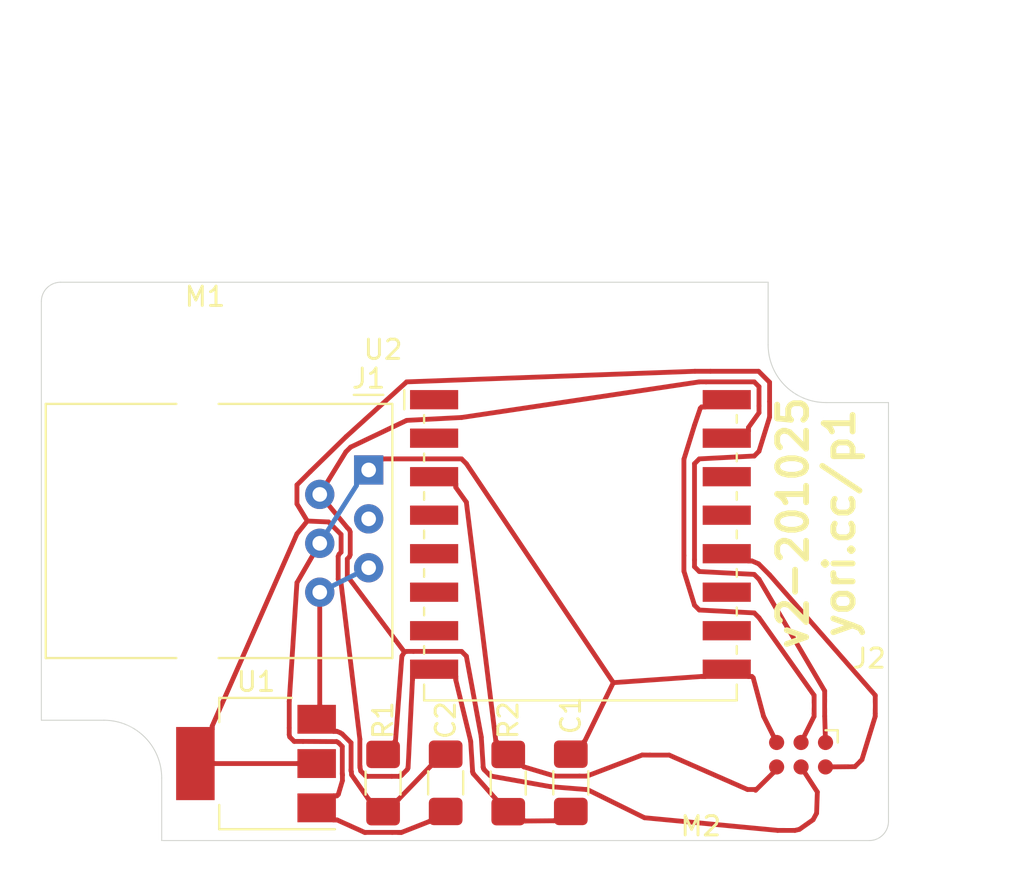
<source format=kicad_pcb>
(kicad_pcb (version 20171130) (host pcbnew 5.1.6-1)

  (general
    (thickness 1.6)
    (drawings 18)
    (tracks 285)
    (zones 0)
    (modules 10)
    (nets 19)
  )

  (page A4)
  (layers
    (0 F.Cu signal)
    (31 B.Cu signal)
    (32 B.Adhes user)
    (33 F.Adhes user)
    (34 B.Paste user)
    (35 F.Paste user)
    (36 B.SilkS user)
    (37 F.SilkS user)
    (38 B.Mask user)
    (39 F.Mask user)
    (40 Dwgs.User user hide)
    (41 Cmts.User user hide)
    (42 Eco1.User user hide)
    (43 Eco2.User user hide)
    (44 Edge.Cuts user)
    (45 Margin user)
    (46 B.CrtYd user)
    (47 F.CrtYd user)
    (48 B.Fab user)
    (49 F.Fab user)
  )

  (setup
    (last_trace_width 0.25)
    (trace_clearance 0.2)
    (zone_clearance 0.508)
    (zone_45_only no)
    (trace_min 0.2)
    (via_size 0.8)
    (via_drill 0.4)
    (via_min_size 0.4)
    (via_min_drill 0.3)
    (uvia_size 0.3)
    (uvia_drill 0.1)
    (uvias_allowed no)
    (uvia_min_size 0.2)
    (uvia_min_drill 0.1)
    (edge_width 0.05)
    (segment_width 0.2)
    (pcb_text_width 0.3)
    (pcb_text_size 1.5 1.5)
    (mod_edge_width 0.12)
    (mod_text_size 1 1)
    (mod_text_width 0.15)
    (pad_size 1.524 1.524)
    (pad_drill 0.762)
    (pad_to_mask_clearance 0.05)
    (aux_axis_origin 0 0)
    (visible_elements FFFFFF7F)
    (pcbplotparams
      (layerselection 0x010f0_ffffffff)
      (usegerberextensions false)
      (usegerberattributes true)
      (usegerberadvancedattributes true)
      (creategerberjobfile true)
      (excludeedgelayer true)
      (linewidth 0.100000)
      (plotframeref false)
      (viasonmask false)
      (mode 1)
      (useauxorigin false)
      (hpglpennumber 1)
      (hpglpenspeed 20)
      (hpglpendiameter 15.000000)
      (psnegative false)
      (psa4output false)
      (plotreference true)
      (plotvalue true)
      (plotinvisibletext false)
      (padsonsilk false)
      (subtractmaskfromsilk false)
      (outputformat 1)
      (mirror false)
      (drillshape 0)
      (scaleselection 1)
      (outputdirectory "./plots"))
  )

  (net 0 "")
  (net 1 GND)
  (net 2 +3V3)
  (net 3 +5V)
  (net 4 DATA)
  (net 5 "Net-(J2-Pad6)")
  (net 6 "Net-(J2-Pad3)")
  (net 7 "Net-(J2-Pad2)")
  (net 8 "Net-(U2-Pad1)")
  (net 9 "Net-(U2-Pad2)")
  (net 10 "Net-(U2-Pad4)")
  (net 11 "Net-(U2-Pad5)")
  (net 12 "Net-(U2-Pad6)")
  (net 13 "Net-(U2-Pad7)")
  (net 14 "Net-(U2-Pad10)")
  (net 15 "Net-(U2-Pad11)")
  (net 16 "Net-(U2-Pad13)")
  (net 17 "Net-(U2-Pad14)")
  (net 18 "Net-(J1-Pad3)")

  (net_class Default "This is the default net class."
    (clearance 0.2)
    (trace_width 0.25)
    (via_dia 0.8)
    (via_drill 0.4)
    (uvia_dia 0.3)
    (uvia_drill 0.1)
    (add_net +3V3)
    (add_net +5V)
    (add_net DATA)
    (add_net GND)
    (add_net "Net-(J1-Pad3)")
    (add_net "Net-(J2-Pad2)")
    (add_net "Net-(J2-Pad3)")
    (add_net "Net-(J2-Pad6)")
    (add_net "Net-(U2-Pad1)")
    (add_net "Net-(U2-Pad10)")
    (add_net "Net-(U2-Pad11)")
    (add_net "Net-(U2-Pad13)")
    (add_net "Net-(U2-Pad14)")
    (add_net "Net-(U2-Pad2)")
    (add_net "Net-(U2-Pad4)")
    (add_net "Net-(U2-Pad5)")
    (add_net "Net-(U2-Pad6)")
    (add_net "Net-(U2-Pad7)")
  )

  (module Capacitor_SMD:C_1206_3216Metric_Pad1.42x1.75mm_HandSolder (layer F.Cu) (tedit 5B301BBE) (tstamp 5F96307F)
    (at 90.5 139 270)
    (descr "Capacitor SMD 1206 (3216 Metric), square (rectangular) end terminal, IPC_7351 nominal with elongated pad for handsoldering. (Body size source: http://www.tortai-tech.com/upload/download/2011102023233369053.pdf), generated with kicad-footprint-generator")
    (tags "capacitor handsolder")
    (path /5F9D9AE3)
    (attr smd)
    (fp_text reference C2 (at -3.25 0 90) (layer F.SilkS)
      (effects (font (size 1 1) (thickness 0.15)))
    )
    (fp_text value 4u7 (at 0 0 90) (layer F.Fab)
      (effects (font (size 1 1) (thickness 0.15)))
    )
    (fp_text user %R (at 0 0 90) (layer F.Fab)
      (effects (font (size 0.8 0.8) (thickness 0.12)))
    )
    (fp_line (start -1.6 0.8) (end -1.6 -0.8) (layer F.Fab) (width 0.1))
    (fp_line (start -1.6 -0.8) (end 1.6 -0.8) (layer F.Fab) (width 0.1))
    (fp_line (start 1.6 -0.8) (end 1.6 0.8) (layer F.Fab) (width 0.1))
    (fp_line (start 1.6 0.8) (end -1.6 0.8) (layer F.Fab) (width 0.1))
    (fp_line (start -0.602064 -0.91) (end 0.602064 -0.91) (layer F.SilkS) (width 0.12))
    (fp_line (start -0.602064 0.91) (end 0.602064 0.91) (layer F.SilkS) (width 0.12))
    (fp_line (start -2.45 1.12) (end -2.45 -1.12) (layer F.CrtYd) (width 0.05))
    (fp_line (start -2.45 -1.12) (end 2.45 -1.12) (layer F.CrtYd) (width 0.05))
    (fp_line (start 2.45 -1.12) (end 2.45 1.12) (layer F.CrtYd) (width 0.05))
    (fp_line (start 2.45 1.12) (end -2.45 1.12) (layer F.CrtYd) (width 0.05))
    (pad 2 smd roundrect (at 1.4875 0 270) (size 1.425 1.75) (layers F.Cu F.Paste F.Mask) (roundrect_rratio 0.175439)
      (net 1 GND))
    (pad 1 smd roundrect (at -1.4875 0 270) (size 1.425 1.75) (layers F.Cu F.Paste F.Mask) (roundrect_rratio 0.175439)
      (net 3 +5V))
    (model ${KISYS3DMOD}/Capacitor_SMD.3dshapes/C_1206_3216Metric.wrl
      (at (xyz 0 0 0))
      (scale (xyz 1 1 1))
      (rotate (xyz 0 0 0))
    )
  )

  (module Resistor_SMD:R_1206_3216Metric_Pad1.42x1.75mm_HandSolder (layer F.Cu) (tedit 5B301BBD) (tstamp 5F960AA3)
    (at 93.75 139.012 270)
    (descr "Resistor SMD 1206 (3216 Metric), square (rectangular) end terminal, IPC_7351 nominal with elongated pad for handsoldering. (Body size source: http://www.tortai-tech.com/upload/download/2011102023233369053.pdf), generated with kicad-footprint-generator")
    (tags "resistor handsolder")
    (path /5F99A022)
    (attr smd)
    (fp_text reference R2 (at -3.2625 0 90) (layer F.SilkS)
      (effects (font (size 1 1) (thickness 0.15)))
    )
    (fp_text value 4k7 (at 0 0 90) (layer F.Fab)
      (effects (font (size 1 1) (thickness 0.15)))
    )
    (fp_text user %R (at 0 0 90) (layer F.Fab)
      (effects (font (size 0.8 0.8) (thickness 0.12)))
    )
    (fp_line (start -1.6 0.8) (end -1.6 -0.8) (layer F.Fab) (width 0.1))
    (fp_line (start -1.6 -0.8) (end 1.6 -0.8) (layer F.Fab) (width 0.1))
    (fp_line (start 1.6 -0.8) (end 1.6 0.8) (layer F.Fab) (width 0.1))
    (fp_line (start 1.6 0.8) (end -1.6 0.8) (layer F.Fab) (width 0.1))
    (fp_line (start -0.602064 -0.91) (end 0.602064 -0.91) (layer F.SilkS) (width 0.12))
    (fp_line (start -0.602064 0.91) (end 0.602064 0.91) (layer F.SilkS) (width 0.12))
    (fp_line (start -2.45 1.12) (end -2.45 -1.12) (layer F.CrtYd) (width 0.05))
    (fp_line (start -2.45 -1.12) (end 2.45 -1.12) (layer F.CrtYd) (width 0.05))
    (fp_line (start 2.45 -1.12) (end 2.45 1.12) (layer F.CrtYd) (width 0.05))
    (fp_line (start 2.45 1.12) (end -2.45 1.12) (layer F.CrtYd) (width 0.05))
    (pad 2 smd roundrect (at 1.4875 0 270) (size 1.425 1.75) (layers F.Cu F.Paste F.Mask) (roundrect_rratio 0.175439)
      (net 2 +3V3))
    (pad 1 smd roundrect (at -1.4875 0 270) (size 1.425 1.75) (layers F.Cu F.Paste F.Mask) (roundrect_rratio 0.175439)
      (net 5 "Net-(J2-Pad6)"))
    (model ${KISYS3DMOD}/Resistor_SMD.3dshapes/R_1206_3216Metric.wrl
      (at (xyz 0 0 0))
      (scale (xyz 1 1 1))
      (rotate (xyz 0 0 0))
    )
  )

  (module Resistor_SMD:R_1206_3216Metric_Pad1.42x1.75mm_HandSolder (layer F.Cu) (tedit 5B301BBD) (tstamp 5F960AD0)
    (at 87.25 139.012 90)
    (descr "Resistor SMD 1206 (3216 Metric), square (rectangular) end terminal, IPC_7351 nominal with elongated pad for handsoldering. (Body size source: http://www.tortai-tech.com/upload/download/2011102023233369053.pdf), generated with kicad-footprint-generator")
    (tags "resistor handsolder")
    (path /5F958894)
    (attr smd)
    (fp_text reference R1 (at 3.2625 0 90) (layer F.SilkS)
      (effects (font (size 1 1) (thickness 0.15)))
    )
    (fp_text value 1k (at 0.0125 0 90) (layer F.Fab)
      (effects (font (size 1 1) (thickness 0.15)))
    )
    (fp_text user %R (at 0 0 90) (layer F.Fab)
      (effects (font (size 0.8 0.8) (thickness 0.12)))
    )
    (fp_line (start -1.6 0.8) (end -1.6 -0.8) (layer F.Fab) (width 0.1))
    (fp_line (start -1.6 -0.8) (end 1.6 -0.8) (layer F.Fab) (width 0.1))
    (fp_line (start 1.6 -0.8) (end 1.6 0.8) (layer F.Fab) (width 0.1))
    (fp_line (start 1.6 0.8) (end -1.6 0.8) (layer F.Fab) (width 0.1))
    (fp_line (start -0.602064 -0.91) (end 0.602064 -0.91) (layer F.SilkS) (width 0.12))
    (fp_line (start -0.602064 0.91) (end 0.602064 0.91) (layer F.SilkS) (width 0.12))
    (fp_line (start -2.45 1.12) (end -2.45 -1.12) (layer F.CrtYd) (width 0.05))
    (fp_line (start -2.45 -1.12) (end 2.45 -1.12) (layer F.CrtYd) (width 0.05))
    (fp_line (start 2.45 -1.12) (end 2.45 1.12) (layer F.CrtYd) (width 0.05))
    (fp_line (start 2.45 1.12) (end -2.45 1.12) (layer F.CrtYd) (width 0.05))
    (pad 2 smd roundrect (at 1.4875 0 90) (size 1.425 1.75) (layers F.Cu F.Paste F.Mask) (roundrect_rratio 0.175439)
      (net 4 DATA))
    (pad 1 smd roundrect (at -1.4875 0 90) (size 1.425 1.75) (layers F.Cu F.Paste F.Mask) (roundrect_rratio 0.175439)
      (net 3 +5V))
    (model ${KISYS3DMOD}/Resistor_SMD.3dshapes/R_1206_3216Metric.wrl
      (at (xyz 0 0 0))
      (scale (xyz 1 1 1))
      (rotate (xyz 0 0 0))
    )
  )

  (module MountingHole:MountingHole_2.5mm (layer F.Cu) (tedit 56D1B4CB) (tstamp 5F960B65)
    (at 101.5 139.25)
    (descr "Mounting Hole 2.5mm, no annular")
    (tags "mounting hole 2.5mm no annular")
    (attr virtual)
    (fp_text reference M2 (at 2.25 2) (layer F.SilkS)
      (effects (font (size 1 1) (thickness 0.15)))
    )
    (fp_text value MountingHole_2.5mm (at -6.25 3.5) (layer F.Fab)
      (effects (font (size 1 1) (thickness 0.15)))
    )
    (fp_text user %R (at 0.3 0) (layer F.Fab)
      (effects (font (size 1 1) (thickness 0.15)))
    )
    (fp_circle (center 0 0) (end 2.5 0) (layer Cmts.User) (width 0.15))
    (fp_circle (center 0 0) (end 2.75 0) (layer F.CrtYd) (width 0.05))
    (pad 1 np_thru_hole circle (at 0 0) (size 2.5 2.5) (drill 2.5) (layers *.Cu *.Mask))
  )

  (module MountingHole:MountingHole_2.5mm (layer F.Cu) (tedit 56D1B4CB) (tstamp 5F960B7A)
    (at 81.5 115.75)
    (descr "Mounting Hole 2.5mm, no annular")
    (tags "mounting hole 2.5mm no annular")
    (attr virtual)
    (fp_text reference M1 (at -3.5 -2) (layer F.SilkS)
      (effects (font (size 1 1) (thickness 0.15)))
    )
    (fp_text value MountingHole_2.5mm (at 0 3.5) (layer F.Fab)
      (effects (font (size 1 1) (thickness 0.15)))
    )
    (fp_text user %R (at 0.3 0) (layer F.Fab)
      (effects (font (size 1 1) (thickness 0.15)))
    )
    (fp_circle (center 0 0) (end 2.5 0) (layer Cmts.User) (width 0.15))
    (fp_circle (center 0 0) (end 2.75 0) (layer F.CrtYd) (width 0.05))
    (pad 1 np_thru_hole circle (at 0 0) (size 2.5 2.5) (drill 2.5) (layers *.Cu *.Mask))
  )

  (module RF_Module:ESP-07 (layer F.Cu) (tedit 5B1D6972) (tstamp 5F96121E)
    (at 97.5 124)
    (descr "Wi-Fi Module, http://wiki.ai-thinker.com/_media/esp8266/docs/a007ps01a2_esp-07_product_specification_v1.2.pdf")
    (tags "Wi-Fi Module")
    (path /5F97A730)
    (attr smd)
    (fp_text reference U2 (at -10.25 -7.5) (layer F.SilkS)
      (effects (font (size 1 1) (thickness 0.15)))
    )
    (fp_text value ESP-07 (at 0 9.6) (layer F.Fab)
      (effects (font (size 1 1) (thickness 0.15)))
    )
    (fp_line (start -8 -10.6) (end 8 -10.6) (layer F.Fab) (width 0.1))
    (fp_line (start 8 -10.6) (end 8 10.6) (layer F.Fab) (width 0.1))
    (fp_line (start 8 10.6) (end -8 10.6) (layer F.Fab) (width 0.1))
    (fp_line (start -8 10.6) (end -8 -4.4) (layer F.Fab) (width 0.1))
    (fp_line (start -8 -4.4) (end -7.5 -4.9) (layer F.Fab) (width 0.1))
    (fp_line (start -7.5 -4.9) (end -8 -5.4) (layer F.Fab) (width 0.1))
    (fp_line (start -8 -5.4) (end -8 -10.6) (layer F.Fab) (width 0.1))
    (fp_line (start -9.1 -10.85) (end 9.1 -10.85) (layer F.CrtYd) (width 0.05))
    (fp_line (start 9.1 -10.85) (end 9.1 10.85) (layer F.CrtYd) (width 0.05))
    (fp_line (start 9.1 10.85) (end -9.1 10.85) (layer F.CrtYd) (width 0.05))
    (fp_line (start -9.1 10.85) (end -9.1 -10.85) (layer F.CrtYd) (width 0.05))
    (fp_line (start 8.12 9.9) (end 8.12 10.72) (layer F.SilkS) (width 0.12))
    (fp_line (start 8.12 10.72) (end -8.12 10.72) (layer F.SilkS) (width 0.12))
    (fp_line (start -8.12 10.72) (end -8.12 9.9) (layer F.SilkS) (width 0.12))
    (fp_line (start -9.15 -5.4) (end -9.15 -4.4) (layer F.SilkS) (width 0.12))
    (fp_line (start -23 -25.6) (end 23 -25.6) (layer Dwgs.User) (width 0.12))
    (fp_line (start -23 -25.6) (end -23 -6) (layer Dwgs.User) (width 0.12))
    (fp_line (start 23 -6) (end -23 -6) (layer Dwgs.User) (width 0.12))
    (fp_line (start 23 -6) (end 23 -25.6) (layer Dwgs.User) (width 0.12))
    (fp_line (start -20 -25.6) (end -23 -22.6) (layer Dwgs.User) (width 0.12))
    (fp_line (start -17 -25.6) (end -23 -19.6) (layer Dwgs.User) (width 0.12))
    (fp_line (start -14 -25.6) (end -23 -16.6) (layer Dwgs.User) (width 0.12))
    (fp_line (start -11 -25.6) (end -23 -13.6) (layer Dwgs.User) (width 0.12))
    (fp_line (start -8 -25.6) (end -23 -10.6) (layer Dwgs.User) (width 0.12))
    (fp_line (start -5 -25.6) (end -23 -7.6) (layer Dwgs.User) (width 0.12))
    (fp_line (start -2 -25.6) (end -21.6 -6) (layer Dwgs.User) (width 0.12))
    (fp_line (start 1 -25.6) (end -18.6 -6) (layer Dwgs.User) (width 0.12))
    (fp_line (start -15.6 -6) (end 4 -25.6) (layer Dwgs.User) (width 0.12))
    (fp_line (start -6.6 -6) (end 13 -25.6) (layer Dwgs.User) (width 0.12))
    (fp_line (start 10 -25.6) (end -9.6 -6) (layer Dwgs.User) (width 0.12))
    (fp_line (start 7 -25.6) (end -12.6 -6) (layer Dwgs.User) (width 0.12))
    (fp_line (start 2.4 -6) (end 22 -25.6) (layer Dwgs.User) (width 0.12))
    (fp_line (start 16 -25.6) (end -3.6 -6) (layer Dwgs.User) (width 0.12))
    (fp_line (start 19 -25.6) (end -0.6 -6) (layer Dwgs.User) (width 0.12))
    (fp_line (start 5.4 -6) (end 23 -23.6) (layer Dwgs.User) (width 0.12))
    (fp_line (start 23 -20.6) (end 8.4 -6) (layer Dwgs.User) (width 0.12))
    (fp_line (start 23 -17.6) (end 11.4 -6) (layer Dwgs.User) (width 0.12))
    (fp_line (start 23 -14.6) (end 14.4 -6) (layer Dwgs.User) (width 0.12))
    (fp_line (start 23 -11.6) (end 17.4 -6) (layer Dwgs.User) (width 0.12))
    (fp_line (start 23 -8.6) (end 20.4 -6) (layer Dwgs.User) (width 0.12))
    (fp_line (start -8.12 8.3) (end -8.12 7.9) (layer F.SilkS) (width 0.12))
    (fp_line (start 8.12 8.3) (end 8.12 7.9) (layer F.SilkS) (width 0.12))
    (fp_line (start -8.12 6.3) (end -8.12 5.9) (layer F.SilkS) (width 0.12))
    (fp_line (start 8.12 6.3) (end 8.12 5.9) (layer F.SilkS) (width 0.12))
    (fp_line (start -8.12 4.3) (end -8.12 3.9) (layer F.SilkS) (width 0.12))
    (fp_line (start 8.12 4.3) (end 8.12 3.9) (layer F.SilkS) (width 0.12))
    (fp_line (start -8.12 2.3) (end -8.12 1.9) (layer F.SilkS) (width 0.12))
    (fp_line (start 8.12 2.3) (end 8.12 1.9) (layer F.SilkS) (width 0.12))
    (fp_line (start -8.12 0.3) (end -8.12 -0.1) (layer F.SilkS) (width 0.12))
    (fp_line (start 8.12 0.3) (end 8.12 -0.1) (layer F.SilkS) (width 0.12))
    (fp_line (start -8.12 -1.7) (end -8.12 -2.1) (layer F.SilkS) (width 0.12))
    (fp_line (start 8.12 -1.7) (end 8.12 -2.1) (layer F.SilkS) (width 0.12))
    (fp_line (start -8.12 -3.7) (end -8.12 -4.1) (layer F.SilkS) (width 0.12))
    (fp_line (start 8.12 -3.7) (end 8.12 -4.1) (layer F.SilkS) (width 0.12))
    (fp_text user %R (at 0 0) (layer F.Fab)
      (effects (font (size 1 1) (thickness 0.15)))
    )
    (fp_text user "KEEP-OUT ZONE" (at 0 -17.3 180) (layer Cmts.User)
      (effects (font (size 1 1) (thickness 0.15)))
    )
    (fp_text user "No metal, traces, or components\non any PCB layer if using on-board antenna" (at 0 -14.3 180) (layer Cmts.User)
      (effects (font (size 0.8 0.8) (thickness 0.12)))
    )
    (pad 16 smd rect (at 7.6 -4.9) (size 2.5 1) (layers F.Cu F.Paste F.Mask)
      (net 6 "Net-(J2-Pad3)"))
    (pad 15 smd rect (at 7.6 -2.9) (size 2.5 1) (layers F.Cu F.Paste F.Mask)
      (net 4 DATA))
    (pad 14 smd rect (at 7.6 -0.9) (size 2.5 1) (layers F.Cu F.Paste F.Mask)
      (net 17 "Net-(U2-Pad14)"))
    (pad 13 smd rect (at 7.6 1.1) (size 2.5 1) (layers F.Cu F.Paste F.Mask)
      (net 16 "Net-(U2-Pad13)"))
    (pad 12 smd rect (at 7.6 3.1) (size 2.5 1) (layers F.Cu F.Paste F.Mask)
      (net 7 "Net-(J2-Pad2)"))
    (pad 11 smd rect (at 7.6 5.1) (size 2.5 1) (layers F.Cu F.Paste F.Mask)
      (net 15 "Net-(U2-Pad11)"))
    (pad 10 smd rect (at 7.6 7.1) (size 2.5 1) (layers F.Cu F.Paste F.Mask)
      (net 14 "Net-(U2-Pad10)"))
    (pad 9 smd rect (at 7.6 9.1) (size 2.5 1) (layers F.Cu F.Paste F.Mask)
      (net 1 GND))
    (pad 8 smd rect (at -7.6 9.1) (size 2.5 1) (layers F.Cu F.Paste F.Mask)
      (net 2 +3V3))
    (pad 7 smd rect (at -7.6 7.1) (size 2.5 1) (layers F.Cu F.Paste F.Mask)
      (net 13 "Net-(U2-Pad7)"))
    (pad 6 smd rect (at -7.6 5.1) (size 2.5 1) (layers F.Cu F.Paste F.Mask)
      (net 12 "Net-(U2-Pad6)"))
    (pad 5 smd rect (at -7.6 3.1) (size 2.5 1) (layers F.Cu F.Paste F.Mask)
      (net 11 "Net-(U2-Pad5)"))
    (pad 4 smd rect (at -7.6 1.1) (size 2.5 1) (layers F.Cu F.Paste F.Mask)
      (net 10 "Net-(U2-Pad4)"))
    (pad 3 smd rect (at -7.6 -0.9) (size 2.5 1) (layers F.Cu F.Paste F.Mask)
      (net 5 "Net-(J2-Pad6)"))
    (pad 2 smd rect (at -7.6 -2.9) (size 2.5 1) (layers F.Cu F.Paste F.Mask)
      (net 9 "Net-(U2-Pad2)"))
    (pad 1 smd rect (at -7.6 -4.9) (size 2.5 1) (layers F.Cu F.Paste F.Mask)
      (net 8 "Net-(U2-Pad1)"))
    (model ${KISYS3DMOD}/RF_Module.3dshapes/ESP-07.wrl
      (at (xyz 0 0 0))
      (scale (xyz 1 1 1))
      (rotate (xyz 0 0 0))
    )
  )

  (module Connector:Tag-Connect_TC2030-IDC-FP_2x03_P1.27mm_Vertical (layer F.Cu) (tedit 5A29CE9B) (tstamp 5F960B19)
    (at 108.96 137.54 180)
    (descr "Tag-Connect programming header; http://www.tag-connect.com/Materials/TC2030-IDC.pdf")
    (tags "tag connect programming header pogo pins")
    (path /5F9837C3)
    (attr virtual)
    (fp_text reference J2 (at -3.54 5) (layer F.SilkS)
      (effects (font (size 1 1) (thickness 0.15)))
    )
    (fp_text value Conn_01x06 (at 0 -4.7) (layer F.Fab)
      (effects (font (size 1 1) (thickness 0.15)))
    )
    (fp_text user %R (at 0 0) (layer F.Fab)
      (effects (font (size 1 1) (thickness 0.15)))
    )
    (fp_text user KEEPOUT (at 0 0) (layer Cmts.User)
      (effects (font (size 0.4 0.4) (thickness 0.07)))
    )
    (fp_line (start -1.27 0.635) (end -1.27 -0.635) (layer Dwgs.User) (width 0.1))
    (fp_line (start 1.27 0.635) (end -1.27 0.635) (layer Dwgs.User) (width 0.1))
    (fp_line (start 1.27 -0.635) (end 1.27 0.635) (layer Dwgs.User) (width 0.1))
    (fp_line (start -1.27 -0.635) (end 1.27 -0.635) (layer Dwgs.User) (width 0.1))
    (fp_line (start -1.905 1.27) (end -1.905 0.635) (layer F.SilkS) (width 0.12))
    (fp_line (start -1.27 1.27) (end -1.905 1.27) (layer F.SilkS) (width 0.12))
    (fp_line (start -4.25 4.25) (end -4.25 -4.25) (layer F.CrtYd) (width 0.05))
    (fp_line (start 3.75 4.25) (end -4.25 4.25) (layer F.CrtYd) (width 0.05))
    (fp_line (start 3.75 -4.25) (end 3.75 4.25) (layer F.CrtYd) (width 0.05))
    (fp_line (start -4.25 -4.25) (end 3.75 -4.25) (layer F.CrtYd) (width 0.05))
    (fp_line (start -1.27 0.635) (end 0 -0.635) (layer Dwgs.User) (width 0.1))
    (fp_line (start -1.27 0) (end -0.635 -0.635) (layer Dwgs.User) (width 0.1))
    (fp_line (start -0.635 0.635) (end 0.635 -0.635) (layer Dwgs.User) (width 0.1))
    (fp_line (start 0 0.635) (end 1.27 -0.635) (layer Dwgs.User) (width 0.1))
    (fp_line (start 0.635 0.635) (end 1.27 0) (layer Dwgs.User) (width 0.1))
    (pad 6 connect circle (at 1.27 -0.635 180) (size 0.7874 0.7874) (layers F.Cu F.Mask)
      (net 5 "Net-(J2-Pad6)"))
    (pad 5 connect circle (at 1.27 0.635 180) (size 0.7874 0.7874) (layers F.Cu F.Mask)
      (net 1 GND))
    (pad 4 connect circle (at 0 -0.635 180) (size 0.7874 0.7874) (layers F.Cu F.Mask)
      (net 4 DATA))
    (pad 3 connect circle (at 0 0.635 180) (size 0.7874 0.7874) (layers F.Cu F.Mask)
      (net 6 "Net-(J2-Pad3)"))
    (pad 2 connect circle (at -1.27 -0.635 180) (size 0.7874 0.7874) (layers F.Cu F.Mask)
      (net 7 "Net-(J2-Pad2)"))
    (pad 1 connect circle (at -1.27 0.635 180) (size 0.7874 0.7874) (layers F.Cu F.Mask)
      (net 2 +3V3))
    (pad "" np_thru_hole circle (at -2.54 0 180) (size 0.9906 0.9906) (drill 0.9906) (layers *.Cu *.Mask))
    (pad "" np_thru_hole circle (at 2.54 1.016 180) (size 0.9906 0.9906) (drill 0.9906) (layers *.Cu *.Mask))
    (pad "" np_thru_hole circle (at 2.54 -1.016 180) (size 0.9906 0.9906) (drill 0.9906) (layers *.Cu *.Mask))
    (pad "" np_thru_hole circle (at 0.635 2.54 180) (size 2.3749 2.3749) (drill 2.3749) (layers *.Cu *.Mask))
    (pad "" np_thru_hole circle (at 0.635 -2.54 180) (size 2.3749 2.3749) (drill 2.3749) (layers *.Cu *.Mask))
    (pad "" np_thru_hole circle (at -2.54 -2.54 180) (size 2.3749 2.3749) (drill 2.3749) (layers *.Cu *.Mask))
    (pad "" np_thru_hole circle (at -2.54 2.54 180) (size 2.3749 2.3749) (drill 2.3749) (layers *.Cu *.Mask))
  )

  (module Connector_RJ:RJ12_Amphenol_54601 (layer F.Cu) (tedit 5AE2E32D) (tstamp 5F960BDF)
    (at 86.5 122.75 270)
    (descr "RJ12 connector  https://cdn.amphenol-icc.com/media/wysiwyg/files/drawing/c-bmj-0082.pdf")
    (tags "RJ12 connector")
    (path /5F9564C8)
    (fp_text reference J1 (at -4.75 0 180) (layer F.SilkS)
      (effects (font (size 1 1) (thickness 0.15)))
    )
    (fp_text value RJ12 (at 3.54 18.3 90) (layer F.Fab)
      (effects (font (size 1 1) (thickness 0.15)))
    )
    (fp_text user %R (at 3.16 7.76 90) (layer F.Fab)
      (effects (font (size 1 1) (thickness 0.15)))
    )
    (fp_line (start -3.43 -0.48) (end -3.43 -1.23) (layer F.Fab) (width 0.1))
    (fp_line (start -2.93 0.02) (end -3.43 -0.48) (layer F.Fab) (width 0.1))
    (fp_line (start -3.43 0.52) (end -2.93 0.02) (layer F.Fab) (width 0.1))
    (fp_line (start -3.9 0.77) (end -3.9 -0.76) (layer F.SilkS) (width 0.12))
    (fp_line (start -3.43 7.79) (end -3.43 -1.23) (layer F.SilkS) (width 0.12))
    (fp_line (start -3.43 7.72) (end -3.43 7.79) (layer F.SilkS) (width 0.1))
    (fp_line (start -3.43 16.77) (end -3.43 9.99) (layer F.SilkS) (width 0.12))
    (fp_line (start 9.77 16.77) (end -3.43 16.77) (layer F.SilkS) (width 0.12))
    (fp_line (start 9.77 16.76) (end 9.77 16.77) (layer F.SilkS) (width 0.1))
    (fp_line (start 9.77 16.77) (end 9.77 9.99) (layer F.SilkS) (width 0.12))
    (fp_line (start 9.77 16.65) (end 9.77 16.77) (layer F.SilkS) (width 0.1))
    (fp_line (start 9.77 -1.23) (end 9.77 7.79) (layer F.SilkS) (width 0.12))
    (fp_line (start -3.43 -1.23) (end 9.77 -1.23) (layer F.SilkS) (width 0.12))
    (fp_line (start -4.04 17.27) (end -4.04 -1.73) (layer F.CrtYd) (width 0.05))
    (fp_line (start 10.38 17.27) (end -4.04 17.27) (layer F.CrtYd) (width 0.05))
    (fp_line (start 10.38 -1.73) (end 10.38 17.27) (layer F.CrtYd) (width 0.05))
    (fp_line (start -4.04 -1.73) (end 10.38 -1.73) (layer F.CrtYd) (width 0.05))
    (fp_line (start 9.77 16.77) (end -3.43 16.77) (layer F.Fab) (width 0.1))
    (fp_line (start 9.77 -1.23) (end 9.77 16.77) (layer F.Fab) (width 0.1))
    (fp_line (start -3.43 -1.23) (end 9.77 -1.23) (layer F.Fab) (width 0.1))
    (fp_line (start -3.43 16.77) (end -3.43 0.52) (layer F.Fab) (width 0.1))
    (pad 1 thru_hole rect (at 0 0 270) (size 1.52 1.52) (drill 0.76) (layers *.Cu *.Mask)
      (net 1 GND))
    (pad "" np_thru_hole circle (at -1.91 8.89 270) (size 3.25 3.25) (drill 3.25) (layers *.Cu *.Mask))
    (pad 2 thru_hole circle (at 1.27 2.54 270) (size 1.52 1.52) (drill 0.76) (layers *.Cu *.Mask)
      (net 4 DATA))
    (pad 3 thru_hole circle (at 2.54 0 270) (size 1.52 1.52) (drill 0.76) (layers *.Cu *.Mask)
      (net 18 "Net-(J1-Pad3)"))
    (pad 4 thru_hole circle (at 3.81 2.54 270) (size 1.52 1.52) (drill 0.76) (layers *.Cu *.Mask)
      (net 1 GND))
    (pad 5 thru_hole circle (at 5.08 0 270) (size 1.52 1.52) (drill 0.76) (layers *.Cu *.Mask)
      (net 3 +5V))
    (pad 6 thru_hole circle (at 6.35 2.54 270) (size 1.52 1.52) (drill 0.76) (layers *.Cu *.Mask)
      (net 3 +5V))
    (pad "" np_thru_hole circle (at 8.25 8.89 270) (size 3.25 3.25) (drill 3.25) (layers *.Cu *.Mask))
    (model ${KISYS3DMOD}/Connector_RJ.3dshapes/RJ12_Amphenol_54601.wrl
      (at (xyz 0 0 0))
      (scale (xyz 1 1 1))
      (rotate (xyz 0 0 0))
    )
  )

  (module Package_TO_SOT_SMD:SOT-223-3_TabPin2 (layer F.Cu) (tedit 5A02FF57) (tstamp 5F962586)
    (at 80.65 138 180)
    (descr "module CMS SOT223 4 pins")
    (tags "CMS SOT")
    (path /5F9591C3)
    (attr smd)
    (fp_text reference U1 (at 0 4.25) (layer F.SilkS)
      (effects (font (size 1 1) (thickness 0.15)))
    )
    (fp_text value AMS1117-3.3 (at 0 4.5) (layer F.Fab)
      (effects (font (size 1 1) (thickness 0.15)))
    )
    (fp_text user %R (at 0 0 90) (layer F.Fab)
      (effects (font (size 0.8 0.8) (thickness 0.12)))
    )
    (fp_line (start 1.91 3.41) (end 1.91 2.15) (layer F.SilkS) (width 0.12))
    (fp_line (start 1.91 -3.41) (end 1.91 -2.15) (layer F.SilkS) (width 0.12))
    (fp_line (start 4.4 -3.6) (end -4.4 -3.6) (layer F.CrtYd) (width 0.05))
    (fp_line (start 4.4 3.6) (end 4.4 -3.6) (layer F.CrtYd) (width 0.05))
    (fp_line (start -4.4 3.6) (end 4.4 3.6) (layer F.CrtYd) (width 0.05))
    (fp_line (start -4.4 -3.6) (end -4.4 3.6) (layer F.CrtYd) (width 0.05))
    (fp_line (start -1.85 -2.35) (end -0.85 -3.35) (layer F.Fab) (width 0.1))
    (fp_line (start -1.85 -2.35) (end -1.85 3.35) (layer F.Fab) (width 0.1))
    (fp_line (start -1.85 3.41) (end 1.91 3.41) (layer F.SilkS) (width 0.12))
    (fp_line (start -0.85 -3.35) (end 1.85 -3.35) (layer F.Fab) (width 0.1))
    (fp_line (start -4.1 -3.41) (end 1.91 -3.41) (layer F.SilkS) (width 0.12))
    (fp_line (start -1.85 3.35) (end 1.85 3.35) (layer F.Fab) (width 0.1))
    (fp_line (start 1.85 -3.35) (end 1.85 3.35) (layer F.Fab) (width 0.1))
    (pad 1 smd rect (at -3.15 -2.3 180) (size 2 1.5) (layers F.Cu F.Paste F.Mask)
      (net 1 GND))
    (pad 3 smd rect (at -3.15 2.3 180) (size 2 1.5) (layers F.Cu F.Paste F.Mask)
      (net 3 +5V))
    (pad 2 smd rect (at -3.15 0 180) (size 2 1.5) (layers F.Cu F.Paste F.Mask)
      (net 2 +3V3))
    (pad 2 smd rect (at 3.15 0 180) (size 2 3.8) (layers F.Cu F.Paste F.Mask)
      (net 2 +3V3))
    (model ${KISYS3DMOD}/Package_TO_SOT_SMD.3dshapes/SOT-223.wrl
      (at (xyz 0 0 0))
      (scale (xyz 1 1 1))
      (rotate (xyz 0 0 0))
    )
  )

  (module Capacitor_SMD:C_1206_3216Metric_Pad1.42x1.75mm_HandSolder (layer F.Cu) (tedit 5B301BBE) (tstamp 5F960B9E)
    (at 97 139 90)
    (descr "Capacitor SMD 1206 (3216 Metric), square (rectangular) end terminal, IPC_7351 nominal with elongated pad for handsoldering. (Body size source: http://www.tortai-tech.com/upload/download/2011102023233369053.pdf), generated with kicad-footprint-generator")
    (tags "capacitor handsolder")
    (path /5F95A85E)
    (attr smd)
    (fp_text reference C1 (at 3.5 0 90) (layer F.SilkS)
      (effects (font (size 1 1) (thickness 0.15)))
    )
    (fp_text value 10u (at 0 0 90) (layer F.Fab)
      (effects (font (size 1 1) (thickness 0.15)))
    )
    (fp_text user %R (at 0 0 90) (layer F.Fab)
      (effects (font (size 0.8 0.8) (thickness 0.12)))
    )
    (fp_line (start -1.6 0.8) (end -1.6 -0.8) (layer F.Fab) (width 0.1))
    (fp_line (start -1.6 -0.8) (end 1.6 -0.8) (layer F.Fab) (width 0.1))
    (fp_line (start 1.6 -0.8) (end 1.6 0.8) (layer F.Fab) (width 0.1))
    (fp_line (start 1.6 0.8) (end -1.6 0.8) (layer F.Fab) (width 0.1))
    (fp_line (start -0.602064 -0.91) (end 0.602064 -0.91) (layer F.SilkS) (width 0.12))
    (fp_line (start -0.602064 0.91) (end 0.602064 0.91) (layer F.SilkS) (width 0.12))
    (fp_line (start -2.45 1.12) (end -2.45 -1.12) (layer F.CrtYd) (width 0.05))
    (fp_line (start -2.45 -1.12) (end 2.45 -1.12) (layer F.CrtYd) (width 0.05))
    (fp_line (start 2.45 -1.12) (end 2.45 1.12) (layer F.CrtYd) (width 0.05))
    (fp_line (start 2.45 1.12) (end -2.45 1.12) (layer F.CrtYd) (width 0.05))
    (pad 2 smd roundrect (at 1.4875 0 90) (size 1.425 1.75) (layers F.Cu F.Paste F.Mask) (roundrect_rratio 0.175439)
      (net 1 GND))
    (pad 1 smd roundrect (at -1.4875 0 90) (size 1.425 1.75) (layers F.Cu F.Paste F.Mask) (roundrect_rratio 0.175439)
      (net 2 +3V3))
    (model ${KISYS3DMOD}/Capacitor_SMD.3dshapes/C_1206_3216Metric.wrl
      (at (xyz 0 0 0))
      (scale (xyz 1 1 1))
      (rotate (xyz 0 0 0))
    )
  )

  (gr_text "v2-201025\nyori.cc/p1" (at 109.75 125.5 90) (layer F.SilkS)
    (effects (font (size 1.5 1.5) (thickness 0.3)))
  )
  (dimension 20 (width 0.15) (layer Dwgs.User)
    (gr_text "20.000 mm" (at 91.5 151.05) (layer Dwgs.User)
      (effects (font (size 1 1) (thickness 0.15)))
    )
    (feature1 (pts (xy 101.5 115.75) (xy 101.5 150.336421)))
    (feature2 (pts (xy 81.5 115.75) (xy 81.5 150.336421)))
    (crossbar (pts (xy 81.5 149.75) (xy 101.5 149.75)))
    (arrow1a (pts (xy 101.5 149.75) (xy 100.373496 150.336421)))
    (arrow1b (pts (xy 101.5 149.75) (xy 100.373496 149.163579)))
    (arrow2a (pts (xy 81.5 149.75) (xy 82.626504 150.336421)))
    (arrow2b (pts (xy 81.5 149.75) (xy 82.626504 149.163579)))
  )
  (dimension 2.75 (width 0.15) (layer Dwgs.User)
    (gr_text "2.750 mm" (at 66.7 114.375 270) (layer Dwgs.User)
      (effects (font (size 1 1) (thickness 0.15)))
    )
    (feature1 (pts (xy 69.5 115.75) (xy 67.413579 115.75)))
    (feature2 (pts (xy 69.5 113) (xy 67.413579 113)))
    (crossbar (pts (xy 68 113) (xy 68 115.75)))
    (arrow1a (pts (xy 68 115.75) (xy 67.413579 114.623496)))
    (arrow1b (pts (xy 68 115.75) (xy 68.586421 114.623496)))
    (arrow2a (pts (xy 68 113) (xy 67.413579 114.126504)))
    (arrow2b (pts (xy 68 113) (xy 68.586421 114.126504)))
  )
  (dimension 12 (width 0.15) (layer Dwgs.User)
    (gr_text "12.000 mm" (at 75.5 108.95) (layer Dwgs.User)
      (effects (font (size 1 1) (thickness 0.15)))
    )
    (feature1 (pts (xy 81.5 113) (xy 81.5 109.663579)))
    (feature2 (pts (xy 69.5 113) (xy 69.5 109.663579)))
    (crossbar (pts (xy 69.5 110.25) (xy 81.5 110.25)))
    (arrow1a (pts (xy 81.5 110.25) (xy 80.373496 110.836421)))
    (arrow1b (pts (xy 81.5 110.25) (xy 80.373496 109.663579)))
    (arrow2a (pts (xy 69.5 110.25) (xy 70.626504 110.836421)))
    (arrow2b (pts (xy 69.5 110.25) (xy 70.626504 109.663579)))
  )
  (gr_line (start 107.25 116.25) (end 107.25 113) (layer Edge.Cuts) (width 0.05) (tstamp 5F960AF0))
  (gr_arc (start 110.25 116.25) (end 107.25 116.25) (angle -90) (layer Edge.Cuts) (width 0.05) (tstamp 5F960AF3))
  (gr_line (start 110.25 119.25) (end 113.5 119.25) (layer Edge.Cuts) (width 0.05) (tstamp 5F960B89))
  (gr_line (start 107.25 113) (end 70.5 113) (layer Edge.Cuts) (width 0.05) (tstamp 5F960C25))
  (gr_line (start 113.5 119.25) (end 113.5 141) (layer Edge.Cuts) (width 0.05) (tstamp 5F960AED))
  (gr_arc (start 72.75 138.75) (end 75.75 138.75) (angle -90) (layer Edge.Cuts) (width 0.05) (tstamp 5F960B5C))
  (gr_line (start 75.75 142) (end 75.75 138.75) (layer Edge.Cuts) (width 0.05) (tstamp 5F960C67))
  (gr_line (start 112.5 142) (end 75.75 142) (layer Edge.Cuts) (width 0.05) (tstamp 5F960C22))
  (gr_line (start 69.5 135.75) (end 72.75 135.75) (layer Edge.Cuts) (width 0.05) (tstamp 5F960A93))
  (gr_line (start 69.5 114) (end 69.5 135.75) (layer Edge.Cuts) (width 0.05) (tstamp 5F960AF6))
  (gr_arc (start 70.5 114) (end 70.5 113) (angle -90) (layer Edge.Cuts) (width 0.05) (tstamp 5F960AC0))
  (gr_arc (start 112.5 141) (end 112.5 142) (angle -90) (layer Edge.Cuts) (width 0.05) (tstamp 5F960B8C))
  (dimension 29 (width 0.15) (layer Dwgs.User)
    (gr_text "29.000 mm" (at 65.2 127.5 90) (layer Dwgs.User) (tstamp 5F95F757)
      (effects (font (size 1 1) (thickness 0.15)))
    )
    (feature1 (pts (xy 69.5 113) (xy 65.913579 113)))
    (feature2 (pts (xy 69.5 142) (xy 65.913579 142)))
    (crossbar (pts (xy 66.5 142) (xy 66.5 113)))
    (arrow1a (pts (xy 66.5 113) (xy 67.086421 114.126504)))
    (arrow1b (pts (xy 66.5 113) (xy 65.913579 114.126504)))
    (arrow2a (pts (xy 66.5 142) (xy 67.086421 140.873496)))
    (arrow2b (pts (xy 66.5 142) (xy 65.913579 140.873496)))
  )
  (dimension 44 (width 0.15) (layer Dwgs.User) (tstamp 5F95F7CE)
    (gr_text "44.000 mm" (at 91.5 146.8) (layer Dwgs.User) (tstamp 5F95F7CF)
      (effects (font (size 1 1) (thickness 0.15)))
    )
    (feature1 (pts (xy 113.5 142.000001) (xy 113.5 146.086421)))
    (feature2 (pts (xy 69.5 142.000001) (xy 69.5 146.086421)))
    (crossbar (pts (xy 69.5 145.5) (xy 113.5 145.5)))
    (arrow1a (pts (xy 113.5 145.5) (xy 112.373496 146.086421)))
    (arrow1b (pts (xy 113.5 145.5) (xy 112.373496 144.913579)))
    (arrow2a (pts (xy 69.5 145.5) (xy 70.626504 146.086421)))
    (arrow2b (pts (xy 69.5 145.5) (xy 70.626504 144.913579)))
  )

  (segment (start 83.8 140.3) (end 84.675 140.925) (width 0.25) (layer F.Cu) (net 1))
  (segment (start 84.675 140.925) (end 84.8 140.925) (width 0.25) (layer F.Cu) (net 1))
  (segment (start 84.8 140.925) (end 84.8518 140.925) (width 0.25) (layer F.Cu) (net 1))
  (segment (start 84.8518 140.925) (end 86.2896 141.5745) (width 0.25) (layer F.Cu) (net 1))
  (segment (start 86.2896 141.5745) (end 86.3126 141.5746) (width 0.25) (layer F.Cu) (net 1))
  (segment (start 86.3126 141.5746) (end 86.3593 141.5747) (width 0.25) (layer F.Cu) (net 1))
  (segment (start 86.3593 141.5747) (end 87.7251 141.5748) (width 0.25) (layer F.Cu) (net 1))
  (segment (start 87.7251 141.5748) (end 88.0249 141.5748) (width 0.25) (layer F.Cu) (net 1))
  (segment (start 88.0249 141.5748) (end 88.0935 141.5748) (width 0.25) (layer F.Cu) (net 1))
  (segment (start 88.0935 141.5748) (end 88.1406 141.5747) (width 0.25) (layer F.Cu) (net 1))
  (segment (start 88.1406 141.5747) (end 88.1874 141.5746) (width 0.25) (layer F.Cu) (net 1))
  (segment (start 88.1874 141.5746) (end 88.2104 141.5745) (width 0.25) (layer F.Cu) (net 1))
  (segment (start 88.2104 141.5745) (end 89.6335 141.0147) (width 0.25) (layer F.Cu) (net 1))
  (segment (start 89.6335 141.0147) (end 90.5 140.4875) (width 0.25) (layer F.Cu) (net 1))
  (segment (start 107.69 136.905) (end 107.012 135.5439) (width 0.25) (layer F.Cu) (net 1))
  (segment (start 107.012 135.5439) (end 106.475 133.5482) (width 0.25) (layer F.Cu) (net 1))
  (segment (start 106.475 133.5482) (end 106.4018 133.475) (width 0.25) (layer F.Cu) (net 1))
  (segment (start 106.4018 133.475) (end 106.35 133.475) (width 0.25) (layer F.Cu) (net 1))
  (segment (start 106.35 133.475) (end 106.225 133.475) (width 0.25) (layer F.Cu) (net 1))
  (segment (start 106.225 133.475) (end 105.1 133.1) (width 0.25) (layer F.Cu) (net 1))
  (segment (start 99.2076 133.7976) (end 91.5751 122.4239) (width 0.25) (layer F.Cu) (net 1))
  (segment (start 91.5751 122.4239) (end 91.3261 122.1749) (width 0.25) (layer F.Cu) (net 1))
  (segment (start 91.3261 122.1749) (end 87.26 122.1749) (width 0.25) (layer F.Cu) (net 1))
  (segment (start 87.26 122.1749) (end 87.135 122.1749) (width 0.25) (layer F.Cu) (net 1))
  (segment (start 87.135 122.1749) (end 86.5 122.75) (width 0.25) (layer F.Cu) (net 1))
  (segment (start 83.96 126.56) (end 82.7749 128.6091) (width 0.25) (layer F.Cu) (net 1))
  (segment (start 82.7749 128.6091) (end 82.3749 134.7739) (width 0.25) (layer F.Cu) (net 1))
  (segment (start 82.3749 134.7739) (end 82.3749 136.1489) (width 0.25) (layer F.Cu) (net 1))
  (segment (start 82.3749 136.1489) (end 82.3749 136.5011) (width 0.25) (layer F.Cu) (net 1))
  (segment (start 82.3749 136.5011) (end 82.4 136.6157) (width 0.25) (layer F.Cu) (net 1))
  (segment (start 82.4 136.6157) (end 82.6343 136.85) (width 0.25) (layer F.Cu) (net 1))
  (segment (start 82.6343 136.85) (end 83.0907 136.85) (width 0.25) (layer F.Cu) (net 1))
  (segment (start 83.0907 136.85) (end 84.8365 136.86) (width 0.25) (layer F.Cu) (net 1))
  (segment (start 84.8365 136.86) (end 84.9371 136.919) (width 0.25) (layer F.Cu) (net 1))
  (segment (start 84.9371 136.919) (end 85.131 137.1129) (width 0.25) (layer F.Cu) (net 1))
  (segment (start 85.131 137.1129) (end 85.131 138.5019) (width 0.25) (layer F.Cu) (net 1))
  (segment (start 85.131 138.5019) (end 85.132 138.5467) (width 0.25) (layer F.Cu) (net 1))
  (segment (start 85.132 138.5467) (end 85.1348 138.5924) (width 0.25) (layer F.Cu) (net 1))
  (segment (start 85.1348 138.5924) (end 85.1371 138.6104) (width 0.25) (layer F.Cu) (net 1))
  (segment (start 85.1371 138.6104) (end 85.1371 138.8896) (width 0.25) (layer F.Cu) (net 1))
  (segment (start 85.1371 138.8896) (end 84.925 139.6018) (width 0.25) (layer F.Cu) (net 1))
  (segment (start 84.925 139.6018) (end 84.8518 139.675) (width 0.25) (layer F.Cu) (net 1))
  (segment (start 84.8518 139.675) (end 84.8 139.675) (width 0.25) (layer F.Cu) (net 1))
  (segment (start 84.8 139.675) (end 84.675 139.675) (width 0.25) (layer F.Cu) (net 1))
  (segment (start 84.675 139.675) (end 83.8 140.3) (width 0.25) (layer F.Cu) (net 1))
  (segment (start 97 137.5125) (end 97.7306 136.8234) (width 0.25) (layer F.Cu) (net 1))
  (segment (start 97.7306 136.8234) (end 99.2076 133.7976) (width 0.25) (layer F.Cu) (net 1))
  (segment (start 105.1 133.1) (end 103.975 133.475) (width 0.25) (layer F.Cu) (net 1))
  (segment (start 103.975 133.475) (end 103.85 133.475) (width 0.25) (layer F.Cu) (net 1))
  (segment (start 103.85 133.475) (end 103.7982 133.475) (width 0.25) (layer F.Cu) (net 1))
  (segment (start 103.7982 133.475) (end 99.2076 133.7976) (width 0.25) (layer F.Cu) (net 1))
  (segment (start 86.5 122.75) (end 85.865 123.385) (width 0.25) (layer B.Cu) (net 1))
  (segment (start 85.865 123.385) (end 85.865 123.51) (width 0.25) (layer B.Cu) (net 1))
  (segment (start 85.865 123.51) (end 85.865 123.5618) (width 0.25) (layer B.Cu) (net 1))
  (segment (start 85.865 123.5618) (end 83.96 126.56) (width 0.25) (layer B.Cu) (net 1))
  (segment (start 77.5 138) (end 78.375 138) (width 0.25) (layer F.Cu) (net 2))
  (segment (start 78.375 138) (end 78.5 138) (width 0.25) (layer F.Cu) (net 2))
  (segment (start 78.5 138) (end 82.8 138) (width 0.25) (layer F.Cu) (net 2))
  (segment (start 82.8 138) (end 82.925 138) (width 0.25) (layer F.Cu) (net 2))
  (segment (start 82.925 138) (end 83.8 138) (width 0.25) (layer F.Cu) (net 2))
  (segment (start 89.9 133.1) (end 91.025 133.475) (width 0.25) (layer F.Cu) (net 2))
  (segment (start 91.025 133.475) (end 91.025 133.6) (width 0.25) (layer F.Cu) (net 2))
  (segment (start 91.025 133.6) (end 91.025 133.6518) (width 0.25) (layer F.Cu) (net 2))
  (segment (start 91.025 133.6518) (end 91.7972 136.8303) (width 0.25) (layer F.Cu) (net 2))
  (segment (start 91.7972 136.8303) (end 91.8011 136.8739) (width 0.25) (layer F.Cu) (net 2))
  (segment (start 91.8011 136.8739) (end 91.8988 138.3909) (width 0.25) (layer F.Cu) (net 2))
  (segment (start 91.8988 138.3909) (end 91.9007 138.4127) (width 0.25) (layer F.Cu) (net 2))
  (segment (start 91.9007 138.4127) (end 91.9027 138.4345) (width 0.25) (layer F.Cu) (net 2))
  (segment (start 91.9027 138.4345) (end 91.9083 138.4556) (width 0.25) (layer F.Cu) (net 2))
  (segment (start 91.9083 138.4556) (end 91.914 138.4767) (width 0.25) (layer F.Cu) (net 2))
  (segment (start 91.914 138.4767) (end 91.9232 138.4965) (width 0.25) (layer F.Cu) (net 2))
  (segment (start 91.9232 138.4965) (end 91.9325 138.5164) (width 0.25) (layer F.Cu) (net 2))
  (segment (start 91.9325 138.5164) (end 91.945 138.5343) (width 0.25) (layer F.Cu) (net 2))
  (segment (start 91.945 138.5343) (end 91.9576 138.5522) (width 0.25) (layer F.Cu) (net 2))
  (segment (start 91.9576 138.5522) (end 93.0603 139.7925) (width 0.25) (layer F.Cu) (net 2))
  (segment (start 93.0603 139.7925) (end 93.0603 139.7955) (width 0.25) (layer F.Cu) (net 2))
  (segment (start 93.0603 139.7955) (end 93.75 140.4995) (width 0.25) (layer F.Cu) (net 2))
  (segment (start 93.75 140.4995) (end 94.624 140.9838) (width 0.25) (layer F.Cu) (net 2))
  (segment (start 94.624 140.9838) (end 94.635 140.9838) (width 0.25) (layer F.Cu) (net 2))
  (segment (start 94.635 140.9838) (end 96.1259 140.9718) (width 0.25) (layer F.Cu) (net 2))
  (segment (start 96.1259 140.9718) (end 97 140.4875) (width 0.25) (layer F.Cu) (net 2))
  (segment (start 83.3134 125.4023) (end 82.7749 126.0691) (width 0.25) (layer F.Cu) (net 2))
  (segment (start 82.7749 126.0691) (end 78.375 136.0482) (width 0.25) (layer F.Cu) (net 2))
  (segment (start 78.375 136.0482) (end 78.375 136.1) (width 0.25) (layer F.Cu) (net 2))
  (segment (start 78.375 136.1) (end 78.375 136.225) (width 0.25) (layer F.Cu) (net 2))
  (segment (start 78.375 136.225) (end 77.5 138) (width 0.25) (layer F.Cu) (net 2))
  (segment (start 110.23 136.905) (end 110.187 135.5439) (width 0.25) (layer F.Cu) (net 2))
  (segment (start 110.187 135.5439) (end 110.187 134.2285) (width 0.25) (layer F.Cu) (net 2))
  (segment (start 110.187 134.2285) (end 106.7751 128.4239) (width 0.25) (layer F.Cu) (net 2))
  (segment (start 106.7751 128.4239) (end 106.5261 128.1749) (width 0.25) (layer F.Cu) (net 2))
  (segment (start 106.5261 128.1749) (end 103.6739 128.0251) (width 0.25) (layer F.Cu) (net 2))
  (segment (start 103.6739 128.0251) (end 103.4249 127.7761) (width 0.25) (layer F.Cu) (net 2))
  (segment (start 103.4249 127.7761) (end 103.4249 127.4239) (width 0.25) (layer F.Cu) (net 2))
  (segment (start 103.4249 127.4239) (end 103.4249 122.4239) (width 0.25) (layer F.Cu) (net 2))
  (segment (start 103.4249 122.4239) (end 103.6739 122.1749) (width 0.25) (layer F.Cu) (net 2))
  (segment (start 103.6739 122.1749) (end 106.5261 122.0251) (width 0.25) (layer F.Cu) (net 2))
  (segment (start 106.5261 122.0251) (end 106.7751 121.7761) (width 0.25) (layer F.Cu) (net 2))
  (segment (start 106.7751 121.7761) (end 107.3252 120.0039) (width 0.25) (layer F.Cu) (net 2))
  (segment (start 107.3252 120.0039) (end 107.3252 119.1961) (width 0.25) (layer F.Cu) (net 2))
  (segment (start 107.3252 119.1961) (end 107.3252 118.1961) (width 0.25) (layer F.Cu) (net 2))
  (segment (start 107.3252 118.1961) (end 106.7539 117.6248) (width 0.25) (layer F.Cu) (net 2))
  (segment (start 106.7539 117.6248) (end 104.2539 117.6248) (width 0.25) (layer F.Cu) (net 2))
  (segment (start 104.2539 117.6248) (end 103.4461 117.6248) (width 0.25) (layer F.Cu) (net 2))
  (segment (start 103.4461 117.6248) (end 88.4739 118.1749) (width 0.25) (layer F.Cu) (net 2))
  (segment (start 88.4739 118.1749) (end 85.3361 121.0148) (width 0.25) (layer F.Cu) (net 2))
  (segment (start 85.3361 121.0148) (end 83.4691 122.8349) (width 0.25) (layer F.Cu) (net 2))
  (segment (start 83.4691 122.8349) (end 82.7749 123.5291) (width 0.25) (layer F.Cu) (net 2))
  (segment (start 82.7749 123.5291) (end 82.7749 124.5109) (width 0.25) (layer F.Cu) (net 2))
  (segment (start 82.7749 124.5109) (end 83.3134 125.4023) (width 0.25) (layer F.Cu) (net 2))
  (segment (start 89.9 133.1) (end 88.775 133.475) (width 0.25) (layer F.Cu) (net 2))
  (segment (start 88.775 133.475) (end 88.775 133.6) (width 0.25) (layer F.Cu) (net 2))
  (segment (start 88.775 133.6) (end 88.775 133.6518) (width 0.25) (layer F.Cu) (net 2))
  (segment (start 88.775 133.6518) (end 88.5511 138.1631) (width 0.25) (layer F.Cu) (net 2))
  (segment (start 88.5511 138.1631) (end 88.5472 138.2067) (width 0.25) (layer F.Cu) (net 2))
  (segment (start 88.5472 138.2067) (end 88.5359 138.2489) (width 0.25) (layer F.Cu) (net 2))
  (segment (start 88.5359 138.2489) (end 88.5174 138.2886) (width 0.25) (layer F.Cu) (net 2))
  (segment (start 88.5174 138.2886) (end 88.4923 138.3244) (width 0.25) (layer F.Cu) (net 2))
  (segment (start 88.4923 138.3244) (end 88.2433 138.5734) (width 0.25) (layer F.Cu) (net 2))
  (segment (start 88.2433 138.5734) (end 88.2124 138.6043) (width 0.25) (layer F.Cu) (net 2))
  (segment (start 88.2124 138.6043) (end 88.1766 138.6294) (width 0.25) (layer F.Cu) (net 2))
  (segment (start 88.1766 138.6294) (end 88.1369 138.6479) (width 0.25) (layer F.Cu) (net 2))
  (segment (start 88.1369 138.6479) (end 88.0947 138.6592) (width 0.25) (layer F.Cu) (net 2))
  (segment (start 88.0947 138.6592) (end 88.0511 138.6631) (width 0.25) (layer F.Cu) (net 2))
  (segment (start 88.0511 138.6631) (end 87.6989 138.6631) (width 0.25) (layer F.Cu) (net 2))
  (segment (start 87.6989 138.6631) (end 86.4489 138.6631) (width 0.25) (layer F.Cu) (net 2))
  (segment (start 86.4489 138.6631) (end 86.4053 138.6592) (width 0.25) (layer F.Cu) (net 2))
  (segment (start 86.4053 138.6592) (end 86.3631 138.6479) (width 0.25) (layer F.Cu) (net 2))
  (segment (start 86.3631 138.6479) (end 86.3432 138.6386) (width 0.25) (layer F.Cu) (net 2))
  (segment (start 86.3432 138.6386) (end 86.0942 138.3896) (width 0.25) (layer F.Cu) (net 2))
  (segment (start 86.0942 138.3896) (end 86.0871 138.3751) (width 0.25) (layer F.Cu) (net 2))
  (segment (start 86.0871 138.3751) (end 86.0544 138.2115) (width 0.25) (layer F.Cu) (net 2))
  (segment (start 86.0544 138.2115) (end 86.0501 138.1898) (width 0.25) (layer F.Cu) (net 2))
  (segment (start 86.0501 138.1898) (end 86.0459 138.1681) (width 0.25) (layer F.Cu) (net 2))
  (segment (start 86.0459 138.1681) (end 86.0444 138.1461) (width 0.25) (layer F.Cu) (net 2))
  (segment (start 86.0444 138.1461) (end 86.043 138.1241) (width 0.25) (layer F.Cu) (net 2))
  (segment (start 86.043 138.1241) (end 86.043 136.7351) (width 0.25) (layer F.Cu) (net 2))
  (segment (start 86.043 136.7351) (end 85.0688 128.6407) (width 0.25) (layer F.Cu) (net 2))
  (segment (start 85.0688 128.6407) (end 84.9646 128.5346) (width 0.25) (layer F.Cu) (net 2))
  (segment (start 84.9646 128.5346) (end 84.9173 128.4204) (width 0.25) (layer F.Cu) (net 2))
  (segment (start 84.9173 128.4204) (end 84.9173 127.2396) (width 0.25) (layer F.Cu) (net 2))
  (segment (start 84.9173 127.2396) (end 84.9646 127.1254) (width 0.25) (layer F.Cu) (net 2))
  (segment (start 84.9646 127.1254) (end 85.0688 127.0193) (width 0.25) (layer F.Cu) (net 2))
  (segment (start 85.0688 127.0193) (end 85.0688 126.1007) (width 0.25) (layer F.Cu) (net 2))
  (segment (start 85.0688 126.1007) (end 84.4193 125.4512) (width 0.25) (layer F.Cu) (net 2))
  (segment (start 84.4193 125.4512) (end 83.3134 125.4023) (width 0.25) (layer F.Cu) (net 2))
  (segment (start 83.96 129.1) (end 83.96 134.95) (width 0.25) (layer F.Cu) (net 3))
  (segment (start 83.96 134.95) (end 83.96 135.075) (width 0.25) (layer F.Cu) (net 3))
  (segment (start 83.96 135.075) (end 83.8 135.7) (width 0.25) (layer F.Cu) (net 3))
  (segment (start 83.8 135.7) (end 84.675 136.325) (width 0.25) (layer F.Cu) (net 3))
  (segment (start 84.675 136.325) (end 84.8 136.325) (width 0.25) (layer F.Cu) (net 3))
  (segment (start 84.8 136.325) (end 84.8518 136.325) (width 0.25) (layer F.Cu) (net 3))
  (segment (start 84.8518 136.325) (end 85.0271 136.3999) (width 0.25) (layer F.Cu) (net 3))
  (segment (start 85.0271 136.3999) (end 85.126 136.463) (width 0.25) (layer F.Cu) (net 3))
  (segment (start 85.126 136.463) (end 85.587 136.924) (width 0.25) (layer F.Cu) (net 3))
  (segment (start 85.587 136.924) (end 85.587 138.313) (width 0.25) (layer F.Cu) (net 3))
  (segment (start 85.587 138.313) (end 85.5879 138.3352) (width 0.25) (layer F.Cu) (net 3))
  (segment (start 85.5879 138.3352) (end 85.5889 138.3574) (width 0.25) (layer F.Cu) (net 3))
  (segment (start 85.5889 138.3574) (end 85.5917 138.3797) (width 0.25) (layer F.Cu) (net 3))
  (segment (start 85.5917 138.3797) (end 85.5946 138.4019) (width 0.25) (layer F.Cu) (net 3))
  (segment (start 85.5946 138.4019) (end 85.5992 138.419) (width 0.25) (layer F.Cu) (net 3))
  (segment (start 85.5992 138.419) (end 85.6157 138.5878) (width 0.25) (layer F.Cu) (net 3))
  (segment (start 85.6157 138.5878) (end 86.4773 139.8278) (width 0.25) (layer F.Cu) (net 3))
  (segment (start 86.4773 139.8278) (end 86.4816 139.8322) (width 0.25) (layer F.Cu) (net 3))
  (segment (start 86.4816 139.8322) (end 87.25 140.4995) (width 0.25) (layer F.Cu) (net 3))
  (segment (start 87.25 140.4995) (end 88.0517 139.8602) (width 0.25) (layer F.Cu) (net 3))
  (segment (start 88.0517 139.8602) (end 88.058 139.8538) (width 0.25) (layer F.Cu) (net 3))
  (segment (start 88.058 139.8538) (end 89.6918 138.1581) (width 0.25) (layer F.Cu) (net 3))
  (segment (start 89.6918 138.1581) (end 89.6982 138.1517) (width 0.25) (layer F.Cu) (net 3))
  (segment (start 89.6982 138.1517) (end 90.5 137.5125) (width 0.25) (layer F.Cu) (net 3))
  (segment (start 86.5 127.83) (end 83.96 129.1) (width 0.25) (layer B.Cu) (net 3))
  (segment (start 83.96 124.02) (end 85.3149 121.8139) (width 0.25) (layer F.Cu) (net 4))
  (segment (start 85.3149 121.8139) (end 85.5639 121.5649) (width 0.25) (layer F.Cu) (net 4))
  (segment (start 85.5639 121.5649) (end 88.4739 120.1749) (width 0.25) (layer F.Cu) (net 4))
  (segment (start 88.4739 120.1749) (end 91.3261 120.0251) (width 0.25) (layer F.Cu) (net 4))
  (segment (start 91.3261 120.0251) (end 103.6739 118.1749) (width 0.25) (layer F.Cu) (net 4))
  (segment (start 103.6739 118.1749) (end 104.0261 118.1749) (width 0.25) (layer F.Cu) (net 4))
  (segment (start 104.0261 118.1749) (end 106.5261 118.1749) (width 0.25) (layer F.Cu) (net 4))
  (segment (start 106.5261 118.1749) (end 106.7751 118.4239) (width 0.25) (layer F.Cu) (net 4))
  (segment (start 106.7751 118.4239) (end 106.7751 119.4239) (width 0.25) (layer F.Cu) (net 4))
  (segment (start 106.7751 119.4239) (end 106.7751 119.7761) (width 0.25) (layer F.Cu) (net 4))
  (segment (start 106.7751 119.7761) (end 106.225 120.5482) (width 0.25) (layer F.Cu) (net 4))
  (segment (start 106.225 120.5482) (end 106.225 120.6) (width 0.25) (layer F.Cu) (net 4))
  (segment (start 106.225 120.6) (end 106.225 120.725) (width 0.25) (layer F.Cu) (net 4))
  (segment (start 106.225 120.725) (end 105.1 121.1) (width 0.25) (layer F.Cu) (net 4))
  (segment (start 108.96 138.175) (end 109.8059 139.4793) (width 0.25) (layer F.Cu) (net 4))
  (segment (start 109.8059 139.4793) (end 109.7666 140.5788) (width 0.25) (layer F.Cu) (net 4))
  (segment (start 109.7666 140.5788) (end 109.5834 140.9191) (width 0.25) (layer F.Cu) (net 4))
  (segment (start 109.5834 140.9191) (end 108.8765 141.4165) (width 0.25) (layer F.Cu) (net 4))
  (segment (start 108.8765 141.4165) (end 108.643 141.4715) (width 0.25) (layer F.Cu) (net 4))
  (segment (start 108.643 141.4715) (end 107.7418 141.4715) (width 0.25) (layer F.Cu) (net 4))
  (segment (start 107.7418 141.4715) (end 100.8266 140.8144) (width 0.25) (layer F.Cu) (net 4))
  (segment (start 100.8266 140.8144) (end 97.8869 139.3641) (width 0.25) (layer F.Cu) (net 4))
  (segment (start 97.8869 139.3641) (end 97.8658 139.3584) (width 0.25) (layer F.Cu) (net 4))
  (segment (start 97.8658 139.3584) (end 97.8447 139.3528) (width 0.25) (layer F.Cu) (net 4))
  (segment (start 97.8447 139.3528) (end 97.8229 139.3508) (width 0.25) (layer F.Cu) (net 4))
  (segment (start 97.8229 139.3508) (end 97.8011 139.3489) (width 0.25) (layer F.Cu) (net 4))
  (segment (start 97.8011 139.3489) (end 95.9711 139.2012) (width 0.25) (layer F.Cu) (net 4))
  (segment (start 95.9711 139.2012) (end 95.9275 139.1973) (width 0.25) (layer F.Cu) (net 4))
  (segment (start 95.9275 139.1973) (end 92.9053 138.6592) (width 0.25) (layer F.Cu) (net 4))
  (segment (start 92.9053 138.6592) (end 92.8631 138.6479) (width 0.25) (layer F.Cu) (net 4))
  (segment (start 92.8631 138.6479) (end 92.8234 138.6294) (width 0.25) (layer F.Cu) (net 4))
  (segment (start 92.8234 138.6294) (end 92.7876 138.6043) (width 0.25) (layer F.Cu) (net 4))
  (segment (start 92.7876 138.6043) (end 92.5386 138.3553) (width 0.25) (layer F.Cu) (net 4))
  (segment (start 92.5386 138.3553) (end 92.5077 138.3244) (width 0.25) (layer F.Cu) (net 4))
  (segment (start 92.5077 138.3244) (end 92.4951 138.3065) (width 0.25) (layer F.Cu) (net 4))
  (segment (start 92.4951 138.3065) (end 92.4826 138.2886) (width 0.25) (layer F.Cu) (net 4))
  (segment (start 92.4826 138.2886) (end 92.4733 138.2687) (width 0.25) (layer F.Cu) (net 4))
  (segment (start 92.4733 138.2687) (end 92.4641 138.2489) (width 0.25) (layer F.Cu) (net 4))
  (segment (start 92.4641 138.2489) (end 92.4584 138.2278) (width 0.25) (layer F.Cu) (net 4))
  (segment (start 92.4584 138.2278) (end 92.4528 138.2067) (width 0.25) (layer F.Cu) (net 4))
  (segment (start 92.4528 138.2067) (end 92.4508 138.1849) (width 0.25) (layer F.Cu) (net 4))
  (segment (start 92.4508 138.1849) (end 92.4489 138.1631) (width 0.25) (layer F.Cu) (net 4))
  (segment (start 92.4489 138.1631) (end 92.3512 136.6461) (width 0.25) (layer F.Cu) (net 4))
  (segment (start 92.3512 136.6461) (end 92.3473 136.6025) (width 0.25) (layer F.Cu) (net 4))
  (segment (start 92.3473 136.6025) (end 91.5751 132.4239) (width 0.25) (layer F.Cu) (net 4))
  (segment (start 91.5751 132.4239) (end 91.3261 132.1749) (width 0.25) (layer F.Cu) (net 4))
  (segment (start 91.3261 132.1749) (end 88.8261 132.1749) (width 0.25) (layer F.Cu) (net 4))
  (segment (start 88.8261 132.1749) (end 88.4739 132.1749) (width 0.25) (layer F.Cu) (net 4))
  (segment (start 88.4739 132.1749) (end 88.358 132.2054) (width 0.25) (layer F.Cu) (net 4))
  (segment (start 83.96 124.02) (end 85.3912 125.7493) (width 0.25) (layer F.Cu) (net 4))
  (segment (start 85.3912 125.7493) (end 85.4954 125.8554) (width 0.25) (layer F.Cu) (net 4))
  (segment (start 85.4954 125.8554) (end 85.5427 125.9696) (width 0.25) (layer F.Cu) (net 4))
  (segment (start 85.5427 125.9696) (end 85.5427 127.1504) (width 0.25) (layer F.Cu) (net 4))
  (segment (start 85.5427 127.1504) (end 85.4954 127.2646) (width 0.25) (layer F.Cu) (net 4))
  (segment (start 85.4954 127.2646) (end 85.3912 127.3707) (width 0.25) (layer F.Cu) (net 4))
  (segment (start 85.3912 127.3707) (end 85.3912 128.2893) (width 0.25) (layer F.Cu) (net 4))
  (segment (start 85.3912 128.2893) (end 85.4954 128.3954) (width 0.25) (layer F.Cu) (net 4))
  (segment (start 85.4954 128.3954) (end 88.358 132.2054) (width 0.25) (layer F.Cu) (net 4))
  (segment (start 87.25 137.5245) (end 87.8968 136.8129) (width 0.25) (layer F.Cu) (net 4))
  (segment (start 87.8968 136.8129) (end 87.8968 136.7997) (width 0.25) (layer F.Cu) (net 4))
  (segment (start 87.8968 136.7997) (end 88.2249 132.4239) (width 0.25) (layer F.Cu) (net 4))
  (segment (start 88.2249 132.4239) (end 88.358 132.2054) (width 0.25) (layer F.Cu) (net 4))
  (segment (start 93.75 137.5245) (end 94.5517 138.1637) (width 0.25) (layer F.Cu) (net 5))
  (segment (start 94.5517 138.1637) (end 94.5582 138.1701) (width 0.25) (layer F.Cu) (net 5))
  (segment (start 94.5582 138.1701) (end 96.1131 138.6359) (width 0.25) (layer F.Cu) (net 5))
  (segment (start 96.1131 138.6359) (end 96.1553 138.6472) (width 0.25) (layer F.Cu) (net 5))
  (segment (start 96.1553 138.6472) (end 96.1989 138.6511) (width 0.25) (layer F.Cu) (net 5))
  (segment (start 96.1989 138.6511) (end 97.4489 138.6511) (width 0.25) (layer F.Cu) (net 5))
  (segment (start 97.4489 138.6511) (end 97.8011 138.6511) (width 0.25) (layer F.Cu) (net 5))
  (segment (start 97.8011 138.6511) (end 97.8447 138.6472) (width 0.25) (layer F.Cu) (net 5))
  (segment (start 97.8447 138.6472) (end 100.7088 137.5551) (width 0.25) (layer F.Cu) (net 5))
  (segment (start 100.7088 137.5551) (end 101.1129 137.5604) (width 0.25) (layer F.Cu) (net 5))
  (segment (start 101.1129 137.5604) (end 102.1091 137.5604) (width 0.25) (layer F.Cu) (net 5))
  (segment (start 102.1091 137.5604) (end 106.1759 139.3471) (width 0.25) (layer F.Cu) (net 5))
  (segment (start 106.1759 139.3471) (end 106.5707 139.3471) (width 0.25) (layer F.Cu) (net 5))
  (segment (start 106.5707 139.3471) (end 106.5986 139.3863) (width 0.25) (layer F.Cu) (net 5))
  (segment (start 106.5986 139.3863) (end 107.6114 138.3844) (width 0.25) (layer F.Cu) (net 5))
  (segment (start 107.6114 138.3844) (end 107.69 138.175) (width 0.25) (layer F.Cu) (net 5))
  (segment (start 89.9 123.1) (end 91.025 123.475) (width 0.25) (layer F.Cu) (net 5))
  (segment (start 91.025 123.475) (end 91.025 123.6) (width 0.25) (layer F.Cu) (net 5))
  (segment (start 91.025 123.6) (end 91.025 123.6518) (width 0.25) (layer F.Cu) (net 5))
  (segment (start 91.025 123.6518) (end 91.5751 124.4239) (width 0.25) (layer F.Cu) (net 5))
  (segment (start 91.5751 124.4239) (end 93.1032 136.8017) (width 0.25) (layer F.Cu) (net 5))
  (segment (start 93.1032 136.8017) (end 93.1032 136.8129) (width 0.25) (layer F.Cu) (net 5))
  (segment (start 93.1032 136.8129) (end 93.75 137.5245) (width 0.25) (layer F.Cu) (net 5))
  (segment (start 108.96 136.905) (end 109.638 135.5439) (width 0.25) (layer F.Cu) (net 6))
  (segment (start 109.638 135.5439) (end 109.638 135.4025) (width 0.25) (layer F.Cu) (net 6))
  (segment (start 109.638 135.4025) (end 109.638 134.5013) (width 0.25) (layer F.Cu) (net 6))
  (segment (start 109.638 134.5013) (end 109.6379 134.456) (width 0.25) (layer F.Cu) (net 6))
  (segment (start 109.6379 134.456) (end 106.7751 130.4239) (width 0.25) (layer F.Cu) (net 6))
  (segment (start 106.7751 130.4239) (end 106.5261 130.1749) (width 0.25) (layer F.Cu) (net 6))
  (segment (start 106.5261 130.1749) (end 103.6739 130.0251) (width 0.25) (layer F.Cu) (net 6))
  (segment (start 103.6739 130.0251) (end 103.4249 129.7761) (width 0.25) (layer F.Cu) (net 6))
  (segment (start 103.4249 129.7761) (end 102.8748 128.0039) (width 0.25) (layer F.Cu) (net 6))
  (segment (start 102.8748 128.0039) (end 102.8748 127.1961) (width 0.25) (layer F.Cu) (net 6))
  (segment (start 102.8748 127.1961) (end 102.8748 122.1961) (width 0.25) (layer F.Cu) (net 6))
  (segment (start 102.8748 122.1961) (end 103.4249 120.4239) (width 0.25) (layer F.Cu) (net 6))
  (segment (start 103.4249 120.4239) (end 103.725 119.5482) (width 0.25) (layer F.Cu) (net 6))
  (segment (start 103.725 119.5482) (end 103.7982 119.475) (width 0.25) (layer F.Cu) (net 6))
  (segment (start 103.7982 119.475) (end 103.85 119.475) (width 0.25) (layer F.Cu) (net 6))
  (segment (start 103.85 119.475) (end 103.975 119.475) (width 0.25) (layer F.Cu) (net 6))
  (segment (start 103.975 119.475) (end 105.1 119.1) (width 0.25) (layer F.Cu) (net 6))
  (segment (start 110.23 138.175) (end 111.7572 138.1609) (width 0.25) (layer F.Cu) (net 7))
  (segment (start 111.7572 138.1609) (end 112.0363 137.8818) (width 0.25) (layer F.Cu) (net 7))
  (segment (start 112.0363 137.8818) (end 112.1209 137.7972) (width 0.25) (layer F.Cu) (net 7))
  (segment (start 112.1209 137.7972) (end 112.813 135.5439) (width 0.25) (layer F.Cu) (net 7))
  (segment (start 112.813 135.5439) (end 112.813 135.4025) (width 0.25) (layer F.Cu) (net 7))
  (segment (start 112.813 135.4025) (end 112.813 134.5013) (width 0.25) (layer F.Cu) (net 7))
  (segment (start 112.813 134.5013) (end 112.8129 134.456) (width 0.25) (layer F.Cu) (net 7))
  (segment (start 112.8129 134.456) (end 107.3252 128.1961) (width 0.25) (layer F.Cu) (net 7))
  (segment (start 107.3252 128.1961) (end 106.7539 127.6248) (width 0.25) (layer F.Cu) (net 7))
  (segment (start 106.7539 127.6248) (end 106.4018 127.475) (width 0.25) (layer F.Cu) (net 7))
  (segment (start 106.4018 127.475) (end 106.35 127.475) (width 0.25) (layer F.Cu) (net 7))
  (segment (start 106.35 127.475) (end 106.225 127.475) (width 0.25) (layer F.Cu) (net 7))
  (segment (start 106.225 127.475) (end 105.1 127.1) (width 0.25) (layer F.Cu) (net 7))

)

</source>
